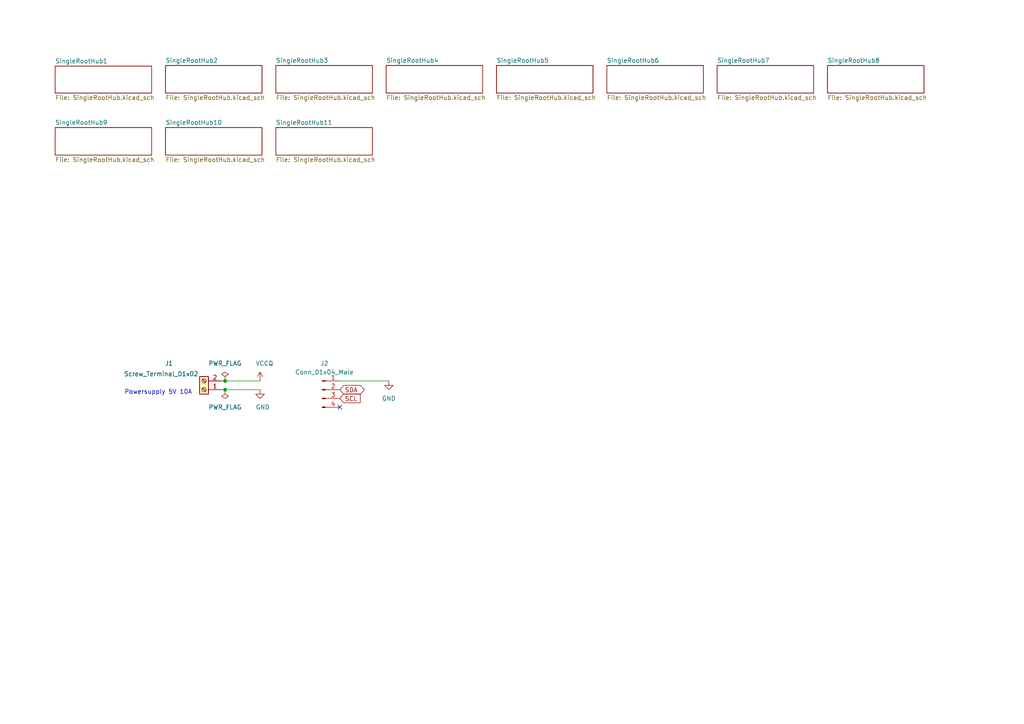
<source format=kicad_sch>
(kicad_sch (version 20211123) (generator eeschema)
  (paper "A4")
  (title_block (title "home2l RootHubs") (date "2022-07-21") (rev "2.0.b54dd54") (company "The Internet Community") (comment 1 "Design based on https://github.com/gkiefer/home2l/tree/master/brownies/circuits") (comment 2 "The home2l Project: https://github.com/gkiefer/home2l") (comment 3 "This project: https://github.com/mc3/home2l") (comment 4 "Multiple Root Hub board for the home2l project (also supports standalone hubs)"))
  (lib_symbols
    (symbol "Connector:Conn_01x04_Male" (pin_names (offset 1.016) hide)
      (property "Reference" "J" (at 0 5.08 0))
      (property "Value" "Conn_01x04_Male" (at 0 -7.62 0))
      (symbol "Conn_01x04_Male_1_1"
        (polyline (pts (xy 1.27 -5.08) (xy 0.8636 -5.08)) (stroke (width 0.1524)))
        (polyline (pts (xy 1.27 -2.54) (xy 0.8636 -2.54)) (stroke (width 0.1524)))
        (polyline (pts (xy 1.27 0) (xy 0.8636 0)) (stroke (width 0.1524)))
        (polyline (pts (xy 1.27 2.54) (xy 0.8636 2.54)) (stroke (width 0.1524)))
        (rectangle (start 0.8636 -4.953) (end 0 -5.207) (stroke (width 0.1524)) (fill (type outline)))
        (rectangle (start 0.8636 -2.413) (end 0 -2.667) (stroke (width 0.1524)) (fill (type outline)))
        (rectangle (start 0.8636 0.127) (end 0 -0.127) (stroke (width 0.1524)) (fill (type outline)))
        (rectangle (start 0.8636 2.667) (end 0 2.413) (stroke (width 0.1524)) (fill (type outline)))
        (pin passive line (at 5.08 2.54 180) (length 3.81) (name "Pin_1") (number "1"))
        (pin passive line (at 5.08 0 180) (length 3.81) (name "Pin_2") (number "2"))
        (pin passive line (at 5.08 -2.54 180) (length 3.81) (name "Pin_3") (number "3"))
        (pin passive line (at 5.08 -5.08 180) (length 3.81) (name "Pin_4") (number "4"))
      )
    )
    (symbol "Connector:Screw_Terminal_01x02" (pin_names (offset 1.016) hide)
      (property "Reference" "J" (at 0 2.54 0))
      (property "Value" "Screw_Terminal_01x02" (at 0 -5.08 0))
      (symbol "Screw_Terminal_01x02_1_1"
        (rectangle (start -1.27 1.27) (end 1.27 -3.81) (stroke (width 0.254)) (fill (type background)))
        (circle (center 0 -2.54) (radius 0.635) (stroke (width 0.1524)))
        (polyline (pts (xy -0.5334 -2.2098) (xy 0.3302 -3.048)) (stroke (width 0.1524)))
        (polyline (pts (xy -0.5334 0.3302) (xy 0.3302 -0.508)) (stroke (width 0.1524)))
        (polyline (pts (xy -0.3556 -2.032) (xy 0.508 -2.8702)) (stroke (width 0.1524)))
        (polyline (pts (xy -0.3556 0.508) (xy 0.508 -0.3302)) (stroke (width 0.1524)))
        (circle (center 0 0) (radius 0.635) (stroke (width 0.1524)))
        (pin passive line (at -5.08 0 0) (length 3.81) (name "Pin_1") (number "1"))
        (pin passive line (at -5.08 -2.54 0) (length 3.81) (name "Pin_2") (number "2"))
      )
    )
    (symbol "power:GND" (power) (pin_names (offset 0))
      (property "Value" "GND" (at 0 -3.81 0))
      (symbol "GND_0_1"
        (polyline (pts (xy 0 0) (xy 0 -1.27) (xy 1.27 -1.27) (xy 0 -2.54) (xy -1.27 -1.27) (xy 0 -1.27)))
      )
      (symbol "GND_1_1"
        (pin power_in line (at 0 0 270) (length 0) hide (name "GND") (number "1"))
      )
    )
    (symbol "power:PWR_FLAG" (power) (pin_numbers hide) (pin_names (offset 0) hide)
      (property "Value" "PWR_FLAG" (at 0 3.81 0))
      (symbol "PWR_FLAG_0_0"
        (pin power_out line (at 0 0 90) (length 0) (name "pwr") (number "1"))
      )
      (symbol "PWR_FLAG_0_1"
        (polyline (pts (xy 0 0) (xy 0 1.27) (xy -1.016 1.905) (xy 0 2.54) (xy 1.016 1.905) (xy 0 1.27)))
      )
    )
    (symbol "power:VCCQ" (power) (pin_names (offset 0))
      (property "Value" "VCCQ" (at 0 3.81 0))
      (symbol "VCCQ_0_1"
        (polyline (pts (xy -0.762 1.27) (xy 0 2.54)))
        (polyline (pts (xy 0 0) (xy 0 2.54)))
        (polyline (pts (xy 0 2.54) (xy 0.762 1.27)))
      )
      (symbol "VCCQ_1_1"
        (pin power_in line (at 0 0 90) (length 0) hide (name "VCCQ") (number "1"))
      )
    )
  )
  (junction (at 65.278 113.03))
  (junction (at 65.278 110.49))
  (no_connect (at 98.552 118.11))
  (wire (pts (xy 98.552 110.49) (xy 112.776 110.49)))
  (wire (pts (xy 65.278 113.03) (xy 75.438 113.03)))
  (wire (pts (xy 64.262 110.49) (xy 65.278 110.49)))
  (wire (pts (xy 64.262 113.03) (xy 65.278 113.03)))
  (wire (pts (xy 65.278 110.49) (xy 75.438 110.49)))
  (text "Powersupply 5V 10A" (at 36.068 114.554 0) (effects (font (size 1.27 1.27)) (justify left bottom)))
  (global_label "SCL" (shape input) (at 98.552 115.57 0) (property "Intersheet References" "${INTERSHEET_REFS}" (effects hide)))
  (global_label "SDA" (shape bidirectional) (at 98.552 113.03 0) (property "Intersheet References" "${INTERSHEET_REFS}" (effects hide)))
  (symbol (lib_id "power:GND") (at 112.776 110.49 0) (unit 1)
    (property "Reference" "#PWR0103" (effects hide))
    (property "Value" "GND" (at 112.776 115.57 0))
  )
  (symbol (lib_id "power:PWR_FLAG") (at 65.278 113.03 180) (unit 1)
    (property "Reference" "#FLG0113" (effects hide))
    (property "Value" "PWR_FLAG" (at 65.278 118.11 0))
  )
  (symbol (lib_id "Connector:Conn_01x04_Male") (at 93.472 113.03 0) (unit 1)
    (property "Reference" "J2" (at 94.107 105.41 0))
    (property "Value" "Conn_01x04_Male" (at 94.107 107.95 0))
    (property "Footprint" "Connector_PinHeader_2.54mm:PinHeader_1x04_P2.54mm_Vertical" (effects hide))
  )
  (symbol (lib_id "power:PWR_FLAG") (at 65.278 110.49 0) (unit 1)
    (property "Reference" "#FLG0112" (effects hide))
    (property "Value" "PWR_FLAG" (at 65.278 105.41 0))
  )
  (symbol (lib_id "Connector:Screw_Terminal_01x02") (at 59.182 113.03 180) (unit 1)
    (property "Reference" "J1" (at 49.022 105.41 0))
    (property "Value" "Screw_Terminal_01x02" (at 46.736 108.458 0))
    (property "Footprint" "TerminalBlock:TerminalBlock_bornier-2_P5.08mm" (effects hide))
  )
  (symbol (lib_id "power:GND") (at 75.438 113.03 0) (unit 1)
    (property "Reference" "#PWR0102" (effects hide))
    (property "Value" "GND" (at 76.2 118.11 0))
  )
  (symbol (lib_id "power:VCCQ") (at 75.438 110.49 0) (unit 1)
    (property "Reference" "#PWR0101" (effects hide))
    (property "Value" "VCCQ" (at 76.708 105.41 0))
  )
  (sheet (at 80 37) (size 28 8) (stroke (width 0.1524))
    (property "Sheet name" "SingleRootHub11" (at 80 36.2884 0) (effects (justify left bottom)))
    (property "Sheet file" "SingleRootHub.kicad_sch" (at 80 45.5846 0) (effects (justify left top)))
  )
  (sheet (at 16 19.178) (size 28 7.822) (stroke (width 0.1524))
    (property "Sheet name" "SingleRootHub1" (at 16 18.4664 0) (effects (justify left bottom)))
    (property "Sheet file" "SingleRootHub.kicad_sch" (at 16 27.5846 0) (effects (justify left top)))
  )
  (sheet (at 16 37) (size 28 8) (stroke (width 0.1524))
    (property "Sheet name" "SingleRootHub9" (at 16 36.2884 0) (effects (justify left bottom)))
    (property "Sheet file" "SingleRootHub.kicad_sch" (at 16 45.5846 0) (effects (justify left top)))
  )
  (sheet (at 48 37) (size 28 8) (stroke (width 0.1524))
    (property "Sheet name" "SingleRootHub10" (at 48 36.2884 0) (effects (justify left bottom)))
    (property "Sheet file" "SingleRootHub.kicad_sch" (at 48 45.5846 0) (effects (justify left top)))
  )
  (sheet (at 144 19) (size 28 8) (stroke (width 0.1524))
    (property "Sheet name" "SingleRootHub5" (at 144 18.2884 0) (effects (justify left bottom)))
    (property "Sheet file" "SingleRootHub.kicad_sch" (at 144 27.5846 0) (effects (justify left top)))
  )
  (sheet (at 240 19) (size 28 8) (stroke (width 0.1524))
    (property "Sheet name" "SingleRootHub8" (at 240 18.2884 0) (effects (justify left bottom)))
    (property "Sheet file" "SingleRootHub.kicad_sch" (at 240 27.5846 0) (effects (justify left top)))
  )
  (sheet (at 48 19) (size 28 8) (stroke (width 0.1524))
    (property "Sheet name" "SingleRootHub2" (at 48 18.2884 0) (effects (justify left bottom)))
    (property "Sheet file" "SingleRootHub.kicad_sch" (at 48 27.5846 0) (effects (justify left top)))
  )
  (sheet (at 208 19) (size 28 8) (stroke (width 0.1524))
    (property "Sheet name" "SingleRootHub7" (at 208 18.2884 0) (effects (justify left bottom)))
    (property "Sheet file" "SingleRootHub.kicad_sch" (at 208 27.5846 0) (effects (justify left top)))
  )
  (sheet (at 80 19) (size 28 8) (stroke (width 0.1524))
    (property "Sheet name" "SingleRootHub3" (at 80 18.2884 0) (effects (justify left bottom)))
    (property "Sheet file" "SingleRootHub.kicad_sch" (at 80 27.5846 0) (effects (justify left top)))
  )
  (sheet (at 176 19) (size 28 8) (stroke (width 0.1524))
    (property "Sheet name" "SingleRootHub6" (at 176 18.2884 0) (effects (justify left bottom)))
    (property "Sheet file" "SingleRootHub.kicad_sch" (at 176 27.5846 0) (effects (justify left top)))
  )
  (sheet (at 112 19) (size 28 8) (stroke (width 0.1524))
    (property "Sheet name" "SingleRootHub4" (at 112 18.2884 0) (effects (justify left bottom)))
    (property "Sheet file" "SingleRootHub.kicad_sch" (at 112 27.5846 0) (effects (justify left top)))
  )
)
</source>
